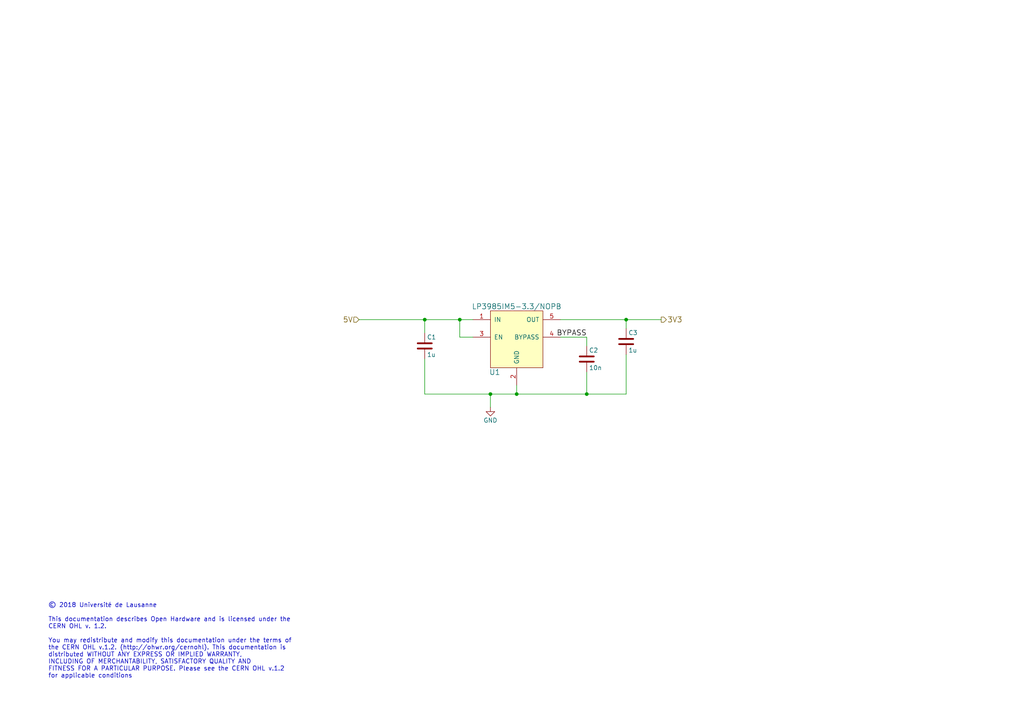
<source format=kicad_sch>
(kicad_sch (version 20231120) (generator "eeschema") (generator_version "8.0")
  (paper "A4")
  (title_block (title "3V3 LDO") (date "06/11/2018") (rev "A") (company "Université de Lausanne") (comment 1 "Author: Alexandre Tuleu") (comment 2 "Licensed under the CERN OHL v1.2"))
  (lib_symbols
    (symbol "Device:C" (pin_numbers hide) (pin_names (offset 0.254))
      (property "Reference" "C" (at 0.635 2.54 0))
      (property "Value" "C" (at 0.635 -2.54 0))
      (symbol "C_0_1"
        (polyline (pts (xy -2.032 -0.762) (xy 2.032 -0.762)) (stroke (width 0.508)))
        (polyline (pts (xy -2.032 0.762) (xy 2.032 0.762)) (stroke (width 0.508)))
      )
      (symbol "C_1_1"
        (pin passive line (at 0 3.81 270) (length 2.794) (name "~") (number "1"))
        (pin passive line (at 0 -3.81 90) (length 2.794) (name "~") (number "2"))
      )
    )
    (symbol "fort:LP3985IM5-3.3_NOPB" (pin_names (offset 1.016))
      (property "Reference" "U" (at -6.35 -10.16 0))
      (property "Value" "LP3985IM5-3.3_NOPB" (at 0 8.89 0))
      (symbol "LP3985IM5-3.3_NOPB_0_1"
        (rectangle (start -7.62 7.62) (end 7.62 -8.89) (fill (type background)))
      )
      (symbol "LP3985IM5-3.3_NOPB_1_1"
        (pin power_in line (at -12.7 5.08 0) (length 5.08) (name "IN") (number "1"))
        (pin power_in line (at 0 -13.97 90) (length 5.08) (name "GND") (number "2"))
        (pin input line (at -12.7 0 0) (length 5.08) (name "EN") (number "3"))
        (pin passive line (at 12.7 0 180) (length 5.08) (name "BYPASS") (number "4"))
        (pin power_out line (at 12.7 5.08 180) (length 5.08) (name "OUT") (number "5"))
      )
    )
    (symbol "zeus-rescue:GND-power" (power) (pin_names (offset 0))
      (property "Value" "power_GND" (at 0 -3.81 0))
      (symbol "GND-power_0_1"
        (polyline (pts (xy 0 0) (xy 0 -1.27) (xy 1.27 -1.27) (xy 0 -2.54) (xy -1.27 -1.27) (xy 0 -1.27)))
      )
      (symbol "GND-power_1_1"
        (pin power_in line (at 0 0 270) (length 0) hide (name "GND") (number "1"))
      )
    )
  )
  (junction (at 142.24 114.3))
  (junction (at 170.18 114.3))
  (junction (at 123.19 92.71))
  (junction (at 181.61 92.71))
  (junction (at 133.35 92.71))
  (junction (at 149.86 114.3))
  (wire (pts (xy 133.35 97.79) (xy 133.35 92.71)))
  (wire (pts (xy 170.18 114.3) (xy 181.61 114.3)))
  (wire (pts (xy 149.86 114.3) (xy 170.18 114.3)))
  (wire (pts (xy 170.18 97.79) (xy 170.18 100.33)))
  (wire (pts (xy 149.86 114.3) (xy 149.86 111.76)))
  (wire (pts (xy 142.24 114.3) (xy 149.86 114.3)))
  (wire (pts (xy 181.61 92.71) (xy 181.61 95.25)))
  (wire (pts (xy 142.24 118.11) (xy 142.24 114.3)))
  (wire (pts (xy 181.61 92.71) (xy 191.77 92.71)))
  (wire (pts (xy 162.56 97.79) (xy 170.18 97.79)))
  (wire (pts (xy 123.19 92.71) (xy 133.35 92.71)))
  (wire (pts (xy 162.56 92.71) (xy 181.61 92.71)))
  (wire (pts (xy 133.35 92.71) (xy 137.16 92.71)))
  (wire (pts (xy 123.19 104.14) (xy 123.19 114.3)))
  (wire (pts (xy 181.61 114.3) (xy 181.61 102.87)))
  (wire (pts (xy 123.19 114.3) (xy 142.24 114.3)))
  (wire (pts (xy 104.14 92.71) (xy 123.19 92.71)))
  (wire (pts (xy 170.18 107.95) (xy 170.18 114.3)))
  (wire (pts (xy 137.16 97.79) (xy 133.35 97.79)))
  (wire (pts (xy 123.19 96.52) (xy 123.19 92.71)))
  (text "© 2018 Université de Lausanne\n\nThis documentation describes Open Hardware and is licensed under the\nCERN OHL v. 1.2.\n\nYou may redistribute and modify this documentation under the terms of\nthe CERN OHL v.1.2. (http://ohwr.org/cernohl). This documentation is\ndistributed WITHOUT ANY EXPRESS OR IMPLIED WARRANTY,\nINCLUDING OF MERCHANTABILITY, SATISFACTORY QUALITY AND\nFITNESS FOR A PARTICULAR PURPOSE. Please see the CERN OHL v.1.2\nfor applicable conditions" (at 13.97 196.85 0) (effects (font (size 1.27 1.27)) (justify left bottom)))
  (label "BYPASS" (at 170.18 97.79 180) (effects (font (size 1.524 1.524))))
  (hierarchical_label "3V3" (shape output) (at 191.77 92.71 0) (effects (font (size 1.524 1.524))))
  (hierarchical_label "5V" (shape input) (at 104.14 92.71 180) (effects (font (size 1.524 1.524))))
  (symbol (lib_id "fort:LP3985IM5-3.3_NOPB") (at 149.86 97.79 0) (unit 1)
    (property "Reference" "U1" (at 143.51 107.95 0) (effects (font (size 1.524 1.524))))
    (property "Value" "LP3985IM5-3.3/NOPB" (at 149.86 88.9 0) (effects (font (size 1.524 1.524))))
    (property "Footprint" "Package_TO_SOT_SMD:SOT-23-5" (effects (hide yes)))
    (property "Description" "LP3985IM5-3.3/NOPB" (effects (hide yes)))
    (property "MPN" "LP3985IM5-3.3/NOPB" (effects (hide yes)))
  )
  (symbol (lib_id "Device:C") (at 170.18 104.14 0) (unit 1)
    (property "Reference" "C2" (at 170.815 101.6 0) (effects (justify left)))
    (property "Value" "10n" (at 170.815 106.68 0) (effects (justify left)))
    (property "Footprint" "Capacitor_SMD:C_0603_1608Metric" (effects (hide yes)))
    (property "Description" "GPC0603103" (effects (hide yes)))
    (property "MPN" "GPC0603103" (effects (hide yes)))
  )
  (symbol (lib_id "Device:C") (at 181.61 99.06 0) (unit 1)
    (property "Reference" "C3" (at 182.245 96.52 0) (effects (justify left)))
    (property "Value" "1u" (at 182.245 101.6 0) (effects (justify left)))
    (property "Footprint" "Capacitor_SMD:C_0603_1608Metric" (effects (hide yes)))
    (property "Description" "GPC0603105" (effects (hide yes)))
    (property "MPN" "GPC0603105" (effects (hide yes)))
  )
  (symbol (lib_id "Device:C") (at 123.19 100.33 0) (unit 1)
    (property "Reference" "C1" (at 123.825 97.79 0) (effects (justify left)))
    (property "Value" "1u" (at 123.825 102.87 0) (effects (justify left)))
    (property "Footprint" "Capacitor_SMD:C_0603_1608Metric" (effects (hide yes)))
    (property "Description" "GPC0603105" (effects (hide yes)))
    (property "MPN" "GPC0603105" (effects (hide yes)))
  )
  (symbol (lib_id "zeus-rescue:GND-power") (at 142.24 118.11 0) (unit 1)
    (property "Reference" "#PWR015" (effects (hide yes)))
    (property "Value" "GND" (at 142.24 121.92 0))
  )
)
</source>
